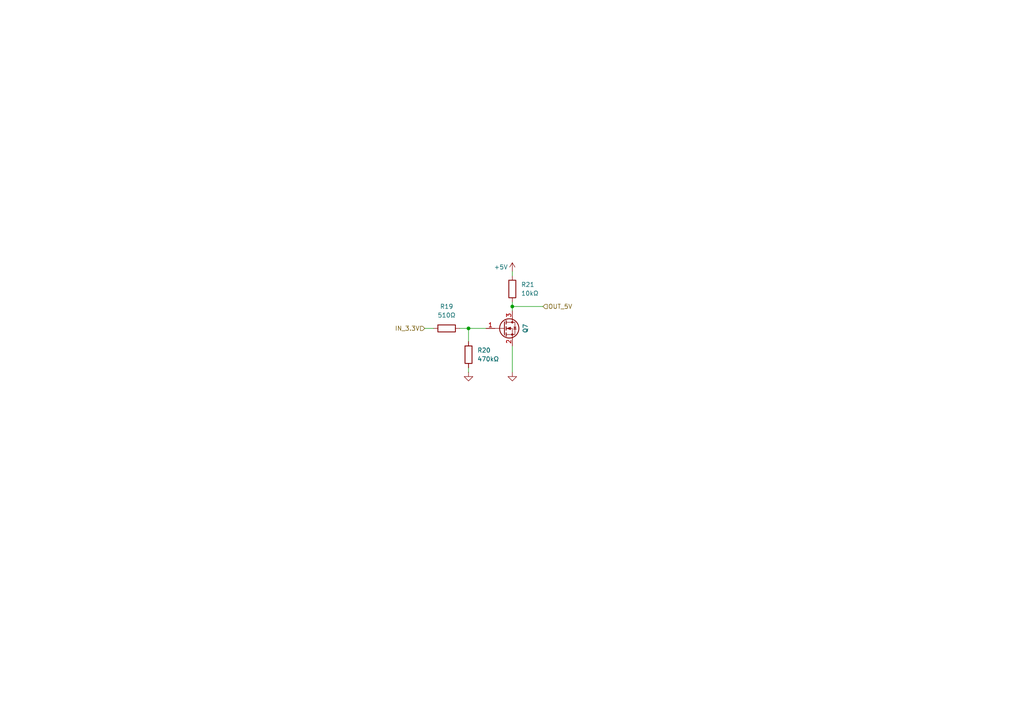
<source format=kicad_sch>
(kicad_sch (version 20250114) (generator "eeschema") (generator_version "9.0")
  (paper "A4")
  (lib_symbols
    (symbol "Device:R" (pin_numbers (hide yes)) (pin_names (offset 0))
      (property "Reference" "R" (at 2.032 0 90))
      (property "Value" "R" (at 0 0 90))
      (symbol "R_0_1"
        (rectangle (start -1.016 -2.54) (end 1.016 2.54) (stroke (width 0.254)))
      )
      (symbol "R_1_1"
        (pin passive line (at 0 3.81 270) (length 1.27) (name "~") (number "1"))
        (pin passive line (at 0 -3.81 90) (length 1.27) (name "~") (number "2"))
      )
    )
    (symbol "Transistor_FET:2N7002" (pin_names (offset 0) (hide yes))
      (property "Reference" "Q" (at 5.08 1.905 0))
      (property "Value" "2N7002" (at 5.08 0 0))
      (symbol "2N7002_0_1"
        (polyline (pts (xy 0.254 1.905) (xy 0.254 -1.905)) (stroke (width 0.254)))
        (polyline (pts (xy 0.254 0) (xy -2.54 0)))
        (polyline (pts (xy 0.762 2.286) (xy 0.762 1.27)) (stroke (width 0.254)))
        (polyline (pts (xy 0.762 0.508) (xy 0.762 -0.508)) (stroke (width 0.254)))
        (polyline (pts (xy 0.762 -1.27) (xy 0.762 -2.286)) (stroke (width 0.254)))
        (polyline (pts (xy 0.762 -1.778) (xy 3.302 -1.778) (xy 3.302 1.778) (xy 0.762 1.778)))
        (polyline (pts (xy 1.016 0) (xy 2.032 0.381) (xy 2.032 -0.381) (xy 1.016 0)) (fill (type outline)))
        (circle (center 1.651 0) (radius 2.794) (stroke (width 0.254)))
        (polyline (pts (xy 2.54 2.54) (xy 2.54 1.778)))
        (circle (center 2.54 1.778) (radius 0.254) (fill (type outline)))
        (circle (center 2.54 -1.778) (radius 0.254) (fill (type outline)))
        (polyline (pts (xy 2.54 -2.54) (xy 2.54 0) (xy 0.762 0)))
        (polyline (pts (xy 2.921 0.381) (xy 3.683 0.381)))
        (polyline (pts (xy 3.302 0.381) (xy 2.921 -0.254) (xy 3.683 -0.254) (xy 3.302 0.381)))
      )
      (symbol "2N7002_1_1"
        (pin input line (at -5.08 0 0) (length 2.54) (name "G") (number "1"))
        (pin passive line (at 2.54 5.08 270) (length 2.54) (name "D") (number "3"))
        (pin passive line (at 2.54 -5.08 90) (length 2.54) (name "S") (number "2"))
      )
    )
    (symbol "power:+5V" (power) (pin_numbers (hide yes)) (pin_names (offset 0) (hide yes))
      (property "Value" "+5V" (at 0 3.556 0))
      (symbol "+5V_0_1"
        (polyline (pts (xy -0.762 1.27) (xy 0 2.54)))
        (polyline (pts (xy 0 2.54) (xy 0.762 1.27)))
        (polyline (pts (xy 0 0) (xy 0 2.54)))
      )
      (symbol "+5V_1_1"
        (pin power_in line (at 0 0 90) (length 0) (name "~") (number "1"))
      )
    )
    (symbol "power:GND" (power) (pin_numbers (hide yes)) (pin_names (offset 0) (hide yes))
      (property "Value" "GND" (at 0 -3.81 0))
      (symbol "GND_0_1"
        (polyline (pts (xy 0 0) (xy 0 -1.27) (xy 1.27 -1.27) (xy 0 -2.54) (xy -1.27 -1.27) (xy 0 -1.27)))
      )
      (symbol "GND_1_1"
        (pin power_in line (at 0 0 270) (length 0) (name "~") (number "1"))
      )
    )
  )
  (junction (at 148.59 88.9))
  (junction (at 135.89 95.25))
  (wire (pts (xy 148.59 100.33) (xy 148.59 107.95)))
  (wire (pts (xy 148.59 87.63) (xy 148.59 88.9)))
  (wire (pts (xy 135.89 95.25) (xy 140.97 95.25)))
  (wire (pts (xy 133.35 95.25) (xy 135.89 95.25)))
  (wire (pts (xy 123.19 95.25) (xy 125.73 95.25)))
  (wire (pts (xy 135.89 95.25) (xy 135.89 99.06)))
  (wire (pts (xy 135.89 106.68) (xy 135.89 107.95)))
  (wire (pts (xy 148.59 88.9) (xy 148.59 90.17)))
  (wire (pts (xy 148.59 78.74) (xy 148.59 80.01)))
  (wire (pts (xy 148.59 88.9) (xy 157.48 88.9)))
  (hierarchical_label "OUT_5V" (shape input) (at 157.48 88.9 0))
  (hierarchical_label "IN_3.3V" (shape input) (at 123.19 95.25 180))
  (symbol (lib_id "Device:R") (at 129.54 95.25 90) (unit 1)
    (property "Reference" "R13" (at 129.54 88.9 90))
    (property "Value" "510Ω" (at 129.54 91.44 90))
    (property "Footprint" "Resistor_SMD:R_0805_2012Metric" (effects (hide yes)))
    (property "Description" "Resistor" (effects (hide yes)))
    (property "MPN" "R 510Ω 125mW 0805" (effects (hide yes)))
    (property "LCSC" "C17734" (effects (hide yes)))
    (instances (project "apple_peeler_pcb" (path "" (reference "R19") (unit 1)) (path "" (reference "R13") (unit 1)) (path "" (reference "R28") (unit 1)) (path "" (reference "R16") (unit 1)) (path "" (reference "R61") (unit 1))))
  )
  (symbol (lib_id "power:GND") (at 148.59 107.95 0) (unit 1)
    (property "Reference" "#PWR036" (effects (hide yes)))
    (property "Value" "GND" (effects (hide yes)))
    (instances (project "apple_peeler_pcb" (path "" (reference "#PWR042") (unit 1)) (path "" (reference "#PWR036") (unit 1)) (path "" (reference "#PWR051") (unit 1)) (path "" (reference "#PWR039") (unit 1)) (path "" (reference "#PWR0114") (unit 1))))
  )
  (symbol (lib_id "Device:R") (at 148.59 83.82 0) (unit 1)
    (property "Reference" "R15" (at 151.13 82.5499 0) (effects (justify left)))
    (property "Value" "10kΩ" (at 151.13 85.0899 0) (effects (justify left)))
    (property "Footprint" "Resistor_SMD:R_0805_2012Metric" (effects (hide yes)))
    (property "Description" "Resistor" (effects (hide yes)))
    (property "MPN" "R 10kΩ 125mW 0805" (effects (hide yes)))
    (property "LCSC" "C17414" (effects (hide yes)))
    (instances (project "apple_peeler_pcb" (path "" (reference "R21") (unit 1)) (path "" (reference "R15") (unit 1)) (path "" (reference "R30") (unit 1)) (path "" (reference "R18") (unit 1)) (path "" (reference "R63") (unit 1))))
  )
  (symbol (lib_id "power:GND") (at 135.89 107.95 0) (unit 1)
    (property "Reference" "#PWR034" (effects (hide yes)))
    (property "Value" "GND" (effects (hide yes)))
    (instances (project "apple_peeler_pcb" (path "" (reference "#PWR040") (unit 1)) (path "" (reference "#PWR034") (unit 1)) (path "" (reference "#PWR049") (unit 1)) (path "" (reference "#PWR037") (unit 1)) (path "" (reference "#PWR0112") (unit 1))))
  )
  (symbol (lib_id "Device:R") (at 135.89 102.87 0) (unit 1)
    (property "Reference" "R14" (at 138.43 101.5999 0) (effects (justify left)))
    (property "Value" "470kΩ" (at 138.43 104.1399 0) (effects (justify left)))
    (property "Footprint" "Resistor_SMD:R_0805_2012Metric" (effects (hide yes)))
    (property "Description" "Resistor" (effects (hide yes)))
    (property "MPN" "R 470kΩ 125mW 0805" (effects (hide yes)))
    (property "LCSC" "C17709" (effects (hide yes)))
    (instances (project "apple_peeler_pcb" (path "" (reference "R20") (unit 1)) (path "" (reference "R14") (unit 1)) (path "" (reference "R29") (unit 1)) (path "" (reference "R17") (unit 1)) (path "" (reference "R62") (unit 1))))
  )
  (symbol (lib_id "power:+5V") (at 148.59 78.74 0) (unit 1)
    (property "Reference" "#PWR035" (effects (hide yes)))
    (property "Value" "+5V" (at 147.32 77.47 0) (effects (justify right)))
    (property "Description" "Power symbol creates a global label with name \"+5V\"" (effects (hide yes)))
    (instances (project "apple_peeler_pcb" (path "" (reference "#PWR041") (unit 1)) (path "" (reference "#PWR035") (unit 1)) (path "" (reference "#PWR050") (unit 1)) (path "" (reference "#PWR038") (unit 1)) (path "" (reference "#PWR0113") (unit 1))))
  )
  (symbol (lib_id "Transistor_FET:2N7002") (at 146.05 95.25 0) (unit 1)
    (property "Reference" "Q5" (at 152.4 95.25 90))
    (property "Value" "2N7002" (effects (hide yes)))
    (property "Footprint" "Package_TO_SOT_SMD:SOT-23" (effects (hide yes)))
    (property "Datasheet" "https://www.onsemi.com/pub/Collateral/NDS7002A-D.PDF" (effects (hide yes)))
    (property "Description" "0.115A Id, 60V Vds, N-Channel MOSFET, SOT-23" (effects (hide yes)))
    (property "MPN" "2N7002" (effects (hide yes)))
    (property "LCSC" "C8545" (effects (hide yes)))
    (instances (project "apple_peeler_pcb" (path "" (reference "Q7") (unit 1)) (path "" (reference "Q5") (unit 1)) (path "" (reference "Q10") (unit 1)) (path "" (reference "Q6") (unit 1)) (path "" (reference "Q18") (unit 1))))
  )
)
</source>
